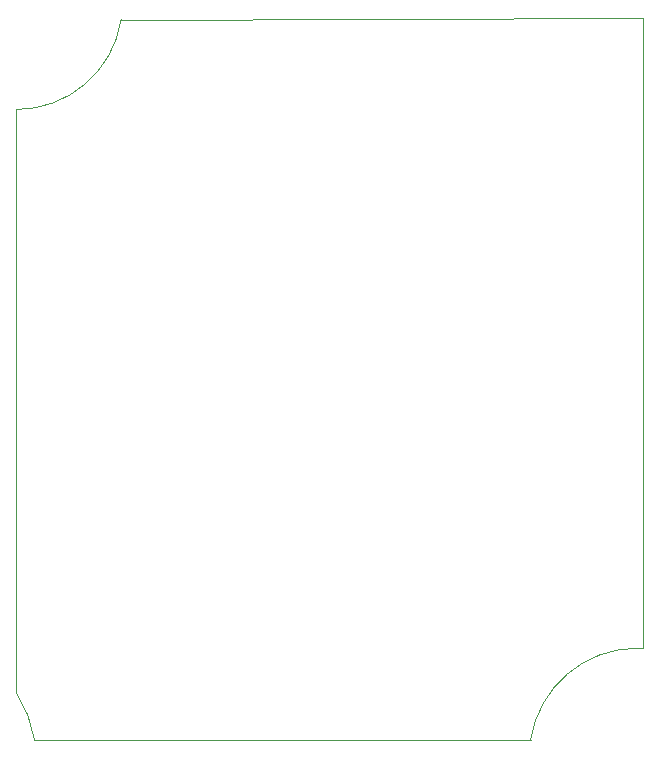
<source format=gbr>
G04 #@! TF.GenerationSoftware,KiCad,Pcbnew,(5.1.2)-2*
G04 #@! TF.CreationDate,2020-04-16T17:57:27-04:00*
G04 #@! TF.ProjectId,DRV-Based Balun,4452562d-4261-4736-9564-2042616c756e,rev?*
G04 #@! TF.SameCoordinates,PX92ac188PY7692bc8*
G04 #@! TF.FileFunction,Profile,NP*
%FSLAX46Y46*%
G04 Gerber Fmt 4.6, Leading zero omitted, Abs format (unit mm)*
G04 Created by KiCad (PCBNEW (5.1.2)-2) date 2020-04-16 17:57:27*
%MOMM*%
%LPD*%
G04 APERTURE LIST*
%ADD10C,0.050000*%
G04 APERTURE END LIST*
D10*
X1651000Y0D02*
X43668806Y2974D01*
X8998393Y60962923D02*
X53213000Y61087000D01*
X52705000Y7747000D02*
X53213000Y7747000D01*
X53213000Y7747000D02*
X53213000Y61087000D01*
X90625Y53345196D02*
X115197Y3953327D01*
X43668806Y2974D02*
G75*
G02X52705000Y7747000I9036194J-1399974D01*
G01*
X115197Y3953328D02*
G75*
G02X1651000Y0I-8243197J-5477328D01*
G01*
X8998393Y60962923D02*
G75*
G02X90625Y53345196I-8907768J1399273D01*
G01*
M02*

</source>
